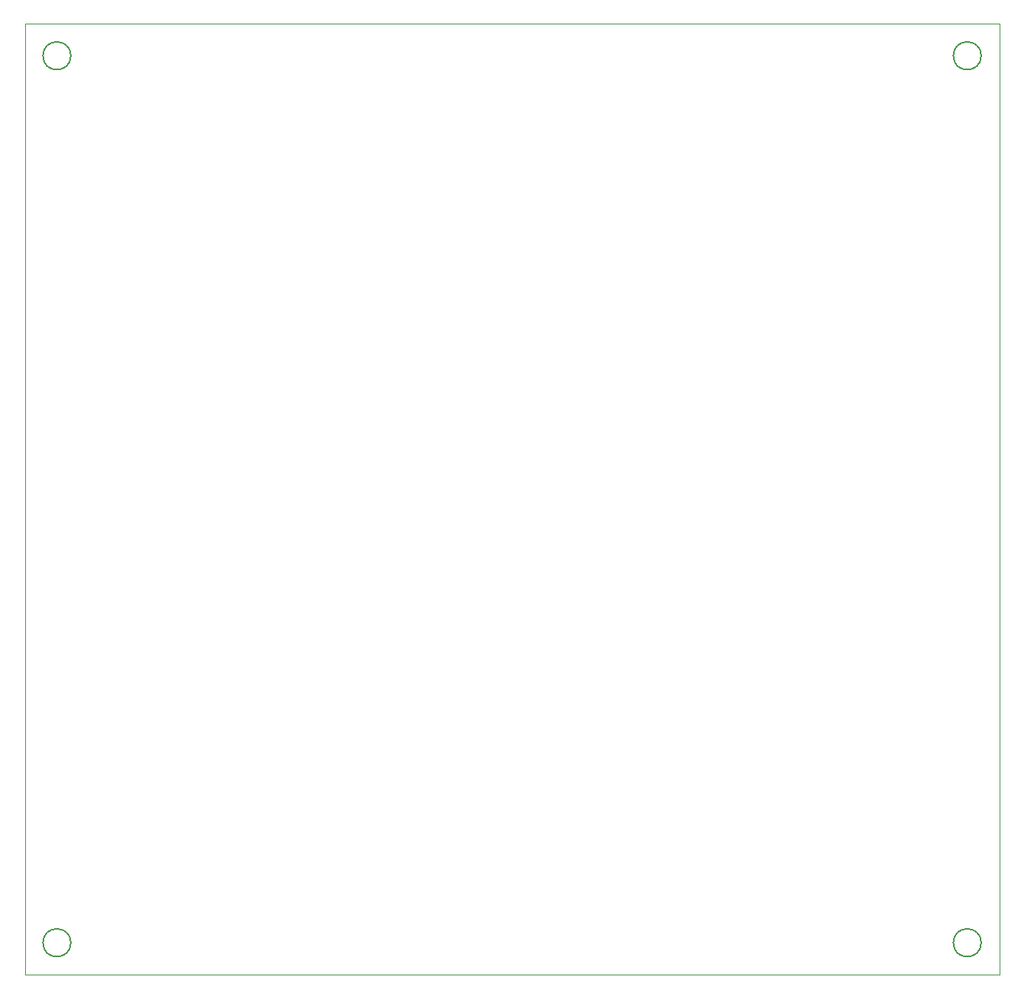
<source format=gm1>
%TF.GenerationSoftware,KiCad,Pcbnew,(6.0.7)*%
%TF.CreationDate,2022-08-27T17:54:50+01:00*%
%TF.ProjectId,Buck Racing 2,4275636b-2052-4616-9369-6e6720322e6b,v01*%
%TF.SameCoordinates,Original*%
%TF.FileFunction,Profile,NP*%
%FSLAX46Y46*%
G04 Gerber Fmt 4.6, Leading zero omitted, Abs format (unit mm)*
G04 Created by KiCad (PCBNEW (6.0.7)) date 2022-08-27 17:54:50*
%MOMM*%
%LPD*%
G01*
G04 APERTURE LIST*
%TA.AperFunction,Profile*%
%ADD10C,0.150000*%
%TD*%
%TA.AperFunction,Profile*%
%ADD11C,0.100000*%
%TD*%
G04 APERTURE END LIST*
D10*
X170206000Y-152400000D02*
G75*
G03*
X170206000Y-152400000I-1550000J0D01*
G01*
X69114000Y-152400000D02*
G75*
G03*
X69114000Y-152400000I-1550000J0D01*
G01*
X69114000Y-53848000D02*
G75*
G03*
X69114000Y-53848000I-1550000J0D01*
G01*
X170206000Y-53848000D02*
G75*
G03*
X170206000Y-53848000I-1550000J0D01*
G01*
D11*
X172212000Y-155956000D02*
X172212000Y-50292000D01*
X64008000Y-50292000D02*
X172212000Y-50292000D01*
X64008000Y-155956000D02*
X64008000Y-50292000D01*
X172212000Y-155956000D02*
X64008000Y-155956000D01*
M02*

</source>
